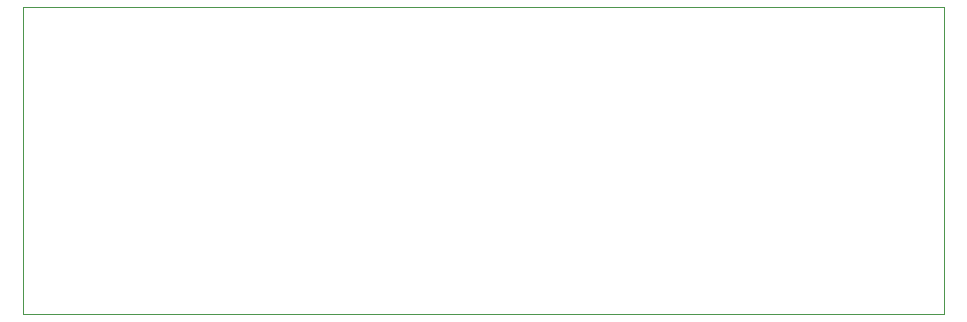
<source format=gtp>
G75*
%MOIN*%
%OFA0B0*%
%FSLAX25Y25*%
%IPPOS*%
%LPD*%
%AMOC8*
5,1,8,0,0,1.08239X$1,22.5*
%
%ADD10C,0.00000*%
D10*
X0005345Y0009867D02*
X0005345Y0112229D01*
X0312432Y0112229D01*
X0312432Y0009867D01*
X0005345Y0009867D01*
M02*

</source>
